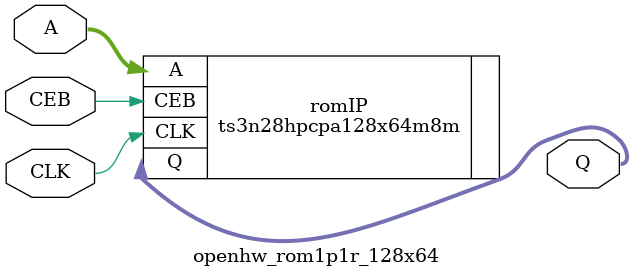
<source format=sv>

module openhw_rom1p1r_128x64 ( 
  input  logic        CLK, 
  input  logic        CEB, 
  input  logic [6:0]  A, 
  output logic [63:0] Q
);

   // replace "generic64x128RAM" with "TS3N..64X128.." module from your memory vendor
  ts3n28hpcpa128x64m8m romIP (.CLK, .CEB, .A, .Q);
//   generic64x128ROM romIP (.CLK, .CEB, .A, .Q); 

endmodule

</source>
